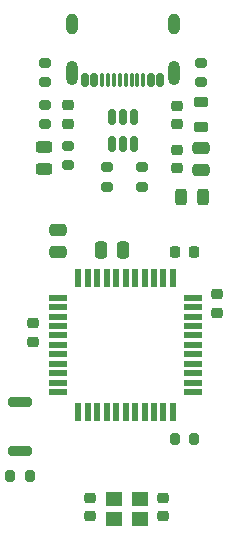
<source format=gbr>
%TF.GenerationSoftware,KiCad,Pcbnew,8.0.5*%
%TF.CreationDate,2024-10-09T17:31:38+02:00*%
%TF.ProjectId,phnx,70686e78-2e6b-4696-9361-645f70636258,A*%
%TF.SameCoordinates,Original*%
%TF.FileFunction,Paste,Top*%
%TF.FilePolarity,Positive*%
%FSLAX46Y46*%
G04 Gerber Fmt 4.6, Leading zero omitted, Abs format (unit mm)*
G04 Created by KiCad (PCBNEW 8.0.5) date 2024-10-09 17:31:38*
%MOMM*%
%LPD*%
G01*
G04 APERTURE LIST*
G04 Aperture macros list*
%AMRoundRect*
0 Rectangle with rounded corners*
0 $1 Rounding radius*
0 $2 $3 $4 $5 $6 $7 $8 $9 X,Y pos of 4 corners*
0 Add a 4 corners polygon primitive as box body*
4,1,4,$2,$3,$4,$5,$6,$7,$8,$9,$2,$3,0*
0 Add four circle primitives for the rounded corners*
1,1,$1+$1,$2,$3*
1,1,$1+$1,$4,$5*
1,1,$1+$1,$6,$7*
1,1,$1+$1,$8,$9*
0 Add four rect primitives between the rounded corners*
20,1,$1+$1,$2,$3,$4,$5,0*
20,1,$1+$1,$4,$5,$6,$7,0*
20,1,$1+$1,$6,$7,$8,$9,0*
20,1,$1+$1,$8,$9,$2,$3,0*%
G04 Aperture macros list end*
%ADD10RoundRect,0.225000X-0.250000X0.225000X-0.250000X-0.225000X0.250000X-0.225000X0.250000X0.225000X0*%
%ADD11RoundRect,0.250000X0.250000X0.475000X-0.250000X0.475000X-0.250000X-0.475000X0.250000X-0.475000X0*%
%ADD12RoundRect,0.200000X-0.275000X0.200000X-0.275000X-0.200000X0.275000X-0.200000X0.275000X0.200000X0*%
%ADD13RoundRect,0.225000X0.250000X-0.225000X0.250000X0.225000X-0.250000X0.225000X-0.250000X-0.225000X0*%
%ADD14RoundRect,0.250000X-0.475000X0.250000X-0.475000X-0.250000X0.475000X-0.250000X0.475000X0.250000X0*%
%ADD15RoundRect,0.150000X0.150000X-0.512500X0.150000X0.512500X-0.150000X0.512500X-0.150000X-0.512500X0*%
%ADD16R,1.400000X1.200000*%
%ADD17RoundRect,0.225000X-0.225000X-0.250000X0.225000X-0.250000X0.225000X0.250000X-0.225000X0.250000X0*%
%ADD18RoundRect,0.218750X-0.381250X0.218750X-0.381250X-0.218750X0.381250X-0.218750X0.381250X0.218750X0*%
%ADD19RoundRect,0.243750X-0.456250X0.243750X-0.456250X-0.243750X0.456250X-0.243750X0.456250X0.243750X0*%
%ADD20RoundRect,0.243750X0.243750X0.456250X-0.243750X0.456250X-0.243750X-0.456250X0.243750X-0.456250X0*%
%ADD21RoundRect,0.200000X-0.800000X0.200000X-0.800000X-0.200000X0.800000X-0.200000X0.800000X0.200000X0*%
%ADD22RoundRect,0.200000X-0.200000X-0.275000X0.200000X-0.275000X0.200000X0.275000X-0.200000X0.275000X0*%
%ADD23R,0.550000X1.500000*%
%ADD24R,1.500000X0.550000*%
%ADD25RoundRect,0.150000X0.150000X0.425000X-0.150000X0.425000X-0.150000X-0.425000X0.150000X-0.425000X0*%
%ADD26RoundRect,0.075000X0.075000X0.500000X-0.075000X0.500000X-0.075000X-0.500000X0.075000X-0.500000X0*%
%ADD27O,1.000000X2.100000*%
%ADD28O,1.000000X1.800000*%
G04 APERTURE END LIST*
D10*
%TO.C,C6*%
X201496100Y-125931644D03*
X201496100Y-127481644D03*
%TD*%
%TO.C,C10*%
X206249998Y-140725002D03*
X206250002Y-142274998D03*
%TD*%
D11*
%TO.C,C9*%
X209096099Y-119706644D03*
X207196099Y-119706644D03*
%TD*%
D12*
%TO.C,R1*%
X202491026Y-107426525D03*
X202491026Y-109076525D03*
%TD*%
D13*
%TO.C,C11*%
X212500002Y-142274998D03*
X212499998Y-140725002D03*
%TD*%
D12*
%TO.C,R3*%
X207700000Y-112731644D03*
X207700000Y-114381644D03*
%TD*%
D14*
%TO.C,C8*%
X203596100Y-118006644D03*
X203596100Y-119906644D03*
%TD*%
D15*
%TO.C,U2*%
X208146100Y-110706644D03*
X209096100Y-110706644D03*
X210046100Y-110706644D03*
X210046100Y-108431644D03*
X209096100Y-108431644D03*
X208146100Y-108431644D03*
%TD*%
D16*
%TO.C,Y2*%
X210499998Y-140800000D03*
X208299999Y-140799999D03*
X208300002Y-142500000D03*
X210500001Y-142500001D03*
%TD*%
D12*
%TO.C,R2*%
X215646100Y-103881644D03*
X215646100Y-105531644D03*
%TD*%
D17*
%TO.C,C7*%
X213496100Y-119906644D03*
X215046100Y-119906644D03*
%TD*%
D12*
%TO.C,R5*%
X202471100Y-103881644D03*
X202471100Y-105531644D03*
%TD*%
D18*
%TO.C,FB1*%
X215687500Y-107187500D03*
X215687500Y-109312500D03*
%TD*%
D14*
%TO.C,C3*%
X215646100Y-111062645D03*
X215646100Y-112962645D03*
%TD*%
D19*
%TO.C,D109*%
X202396100Y-111019144D03*
X202396100Y-112894144D03*
%TD*%
D12*
%TO.C,R4*%
X210700000Y-112731644D03*
X210700000Y-114381644D03*
%TD*%
D10*
%TO.C,C5*%
X217056597Y-123463788D03*
X217056597Y-125013788D03*
%TD*%
D20*
%TO.C,F1*%
X215833600Y-115200145D03*
X213958600Y-115200145D03*
%TD*%
D10*
%TO.C,C4*%
X204396100Y-107478678D03*
X204396100Y-109028678D03*
%TD*%
%TO.C,C1*%
X213646100Y-107487645D03*
X213646100Y-109037645D03*
%TD*%
D21*
%TO.C,SW55*%
X200346100Y-132556644D03*
X200346100Y-136756644D03*
%TD*%
D12*
%TO.C,R8*%
X204396100Y-110881644D03*
X204396100Y-112531644D03*
%TD*%
D22*
%TO.C,R7*%
X199521100Y-138881644D03*
X201171100Y-138881644D03*
%TD*%
D23*
%TO.C,U1*%
X213296100Y-122056644D03*
X212496100Y-122056644D03*
X211696100Y-122056644D03*
X210896100Y-122056644D03*
X210096100Y-122056644D03*
X209296100Y-122056644D03*
X208496100Y-122056644D03*
X207696100Y-122056644D03*
X206896100Y-122056644D03*
X206096100Y-122056644D03*
X205296100Y-122056644D03*
D24*
X203596100Y-123756644D03*
X203596100Y-124556644D03*
X203596100Y-125356644D03*
X203596100Y-126156644D03*
X203596100Y-126956644D03*
X203596100Y-127756644D03*
X203596100Y-128556644D03*
X203596100Y-129356644D03*
X203596100Y-130156644D03*
X203596100Y-130956644D03*
X203596100Y-131756644D03*
D23*
X205296100Y-133456644D03*
X206096100Y-133456644D03*
X206896100Y-133456644D03*
X207696100Y-133456644D03*
X208496100Y-133456644D03*
X209296100Y-133456644D03*
X210096100Y-133456644D03*
X210896100Y-133456644D03*
X211696100Y-133456644D03*
X212496100Y-133456644D03*
X213296100Y-133456644D03*
D24*
X214996100Y-131756644D03*
X214996100Y-130956644D03*
X214996100Y-130156644D03*
X214996100Y-129356644D03*
X214996100Y-128556644D03*
X214996100Y-127756644D03*
X214996100Y-126956644D03*
X214996100Y-126156644D03*
X214996100Y-125356644D03*
X214996100Y-124556644D03*
X214996100Y-123756644D03*
%TD*%
D10*
%TO.C,C2*%
X213646100Y-111237645D03*
X213646100Y-112787645D03*
%TD*%
D22*
%TO.C,R6*%
X213471100Y-135706644D03*
X215121100Y-135706644D03*
%TD*%
D25*
%TO.C,J1*%
X212246100Y-105306644D03*
X211446100Y-105306644D03*
D26*
X210296100Y-105306644D03*
X209296100Y-105306644D03*
X208796100Y-105306644D03*
X207796100Y-105306644D03*
D25*
X206646100Y-105306644D03*
X205846100Y-105306644D03*
X205846100Y-105306644D03*
X206646100Y-105306644D03*
D26*
X207296100Y-105306644D03*
X208296100Y-105306644D03*
X209796100Y-105306644D03*
X210796100Y-105306644D03*
D25*
X211446100Y-105306644D03*
X212246100Y-105306644D03*
D27*
X213366100Y-104731644D03*
D28*
X213366100Y-100551644D03*
D27*
X204726100Y-104731644D03*
D28*
X204726100Y-100551644D03*
%TD*%
M02*

</source>
